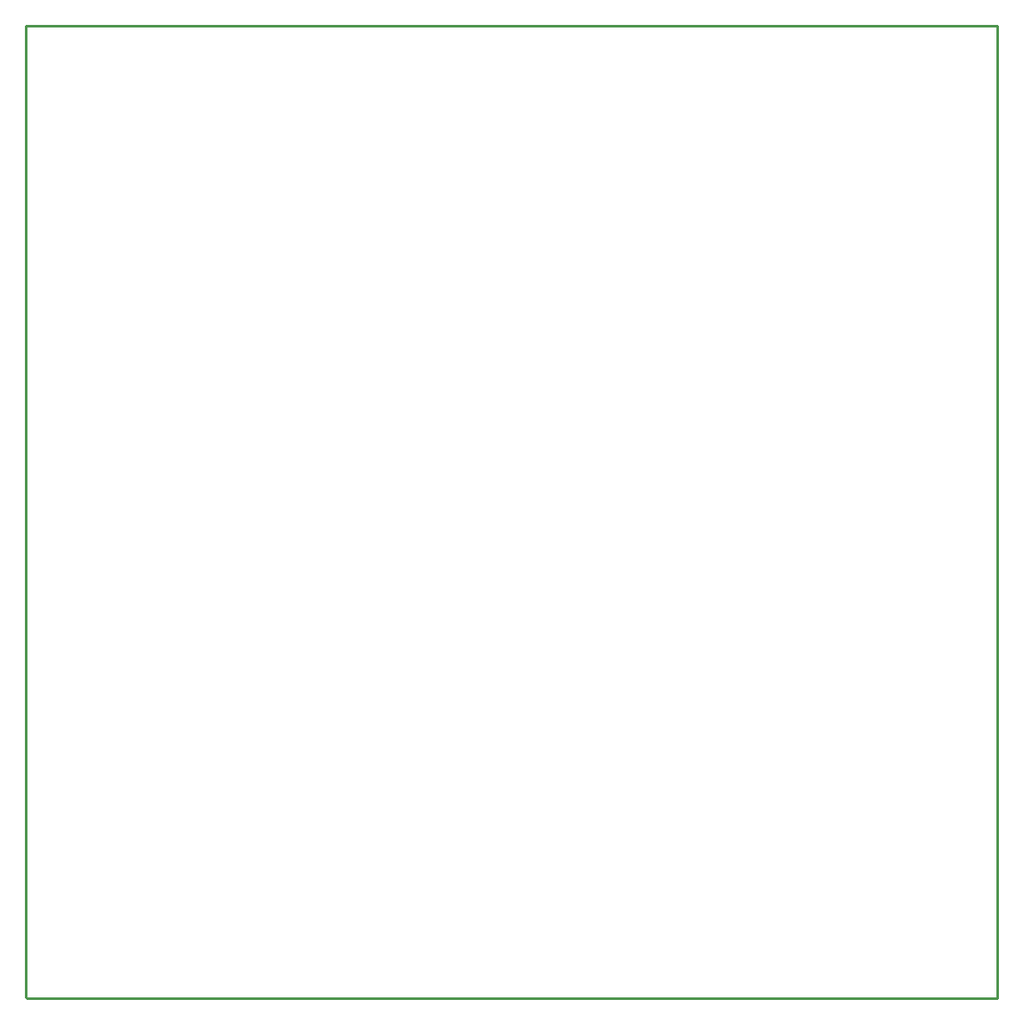
<source format=gko>
G04*
G04 #@! TF.GenerationSoftware,Altium Limited,Altium Designer,22.10.1 (41)*
G04*
G04 Layer_Color=16711935*
%FSLAX25Y25*%
%MOIN*%
G70*
G04*
G04 #@! TF.SameCoordinates,D8DE2597-0232-48C6-990D-D127052A737A*
G04*
G04*
G04 #@! TF.FilePolarity,Positive*
G04*
G01*
G75*
%ADD16C,0.01000*%
D16*
X500Y0D02*
X377000D01*
Y377500D01*
X0D02*
X377000D01*
X0Y500D02*
Y377500D01*
M02*

</source>
